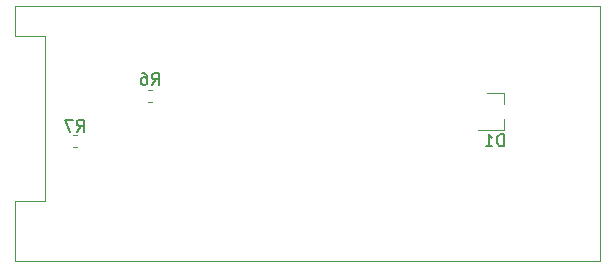
<source format=gbr>
G04 #@! TF.GenerationSoftware,KiCad,Pcbnew,(5.1.2)-1*
G04 #@! TF.CreationDate,2019-06-17T23:04:49-04:00*
G04 #@! TF.ProjectId,REV Type-C V2,52455620-5479-4706-952d-432056322e6b,rev?*
G04 #@! TF.SameCoordinates,Original*
G04 #@! TF.FileFunction,Legend,Bot*
G04 #@! TF.FilePolarity,Positive*
%FSLAX46Y46*%
G04 Gerber Fmt 4.6, Leading zero omitted, Abs format (unit mm)*
G04 Created by KiCad (PCBNEW (5.1.2)-1) date 2019-06-17 23:04:49*
%MOMM*%
%LPD*%
G04 APERTURE LIST*
%ADD10C,0.050000*%
%ADD11C,0.120000*%
%ADD12C,0.150000*%
G04 APERTURE END LIST*
D10*
X55880000Y-22860000D02*
X95250000Y-22860000D01*
X57150000Y-44450000D02*
X95250000Y-44450000D01*
X53340000Y-44450000D02*
X57150000Y-44450000D01*
X53340000Y-22860000D02*
X55880000Y-22860000D01*
X53340000Y-25400000D02*
X53340000Y-22860000D01*
X55880000Y-25400000D02*
X53340000Y-25400000D01*
X55880000Y-39370000D02*
X55880000Y-25400000D01*
X53340000Y-39370000D02*
X55880000Y-39370000D01*
X53340000Y-44450000D02*
X53340000Y-39370000D01*
X102870000Y-44450000D02*
X95250000Y-44450000D01*
X102870000Y-22860000D02*
X102870000Y-44450000D01*
X95250000Y-22860000D02*
X102870000Y-22860000D01*
D11*
X58257221Y-33780000D02*
X58582779Y-33780000D01*
X58257221Y-34800000D02*
X58582779Y-34800000D01*
X64932779Y-30990000D02*
X64607221Y-30990000D01*
X64932779Y-29970000D02*
X64607221Y-29970000D01*
X94740000Y-30170000D02*
X93280000Y-30170000D01*
X94740000Y-33330000D02*
X92580000Y-33330000D01*
X94740000Y-33330000D02*
X94740000Y-32400000D01*
X94740000Y-30170000D02*
X94740000Y-31100000D01*
D12*
X58586666Y-33472380D02*
X58920000Y-32996190D01*
X59158095Y-33472380D02*
X59158095Y-32472380D01*
X58777142Y-32472380D01*
X58681904Y-32520000D01*
X58634285Y-32567619D01*
X58586666Y-32662857D01*
X58586666Y-32805714D01*
X58634285Y-32900952D01*
X58681904Y-32948571D01*
X58777142Y-32996190D01*
X59158095Y-32996190D01*
X58253333Y-32472380D02*
X57586666Y-32472380D01*
X58015238Y-33472380D01*
X64936666Y-29502380D02*
X65270000Y-29026190D01*
X65508095Y-29502380D02*
X65508095Y-28502380D01*
X65127142Y-28502380D01*
X65031904Y-28550000D01*
X64984285Y-28597619D01*
X64936666Y-28692857D01*
X64936666Y-28835714D01*
X64984285Y-28930952D01*
X65031904Y-28978571D01*
X65127142Y-29026190D01*
X65508095Y-29026190D01*
X64079523Y-28502380D02*
X64270000Y-28502380D01*
X64365238Y-28550000D01*
X64412857Y-28597619D01*
X64508095Y-28740476D01*
X64555714Y-28930952D01*
X64555714Y-29311904D01*
X64508095Y-29407142D01*
X64460476Y-29454761D01*
X64365238Y-29502380D01*
X64174761Y-29502380D01*
X64079523Y-29454761D01*
X64031904Y-29407142D01*
X63984285Y-29311904D01*
X63984285Y-29073809D01*
X64031904Y-28978571D01*
X64079523Y-28930952D01*
X64174761Y-28883333D01*
X64365238Y-28883333D01*
X64460476Y-28930952D01*
X64508095Y-28978571D01*
X64555714Y-29073809D01*
X94718095Y-34702380D02*
X94718095Y-33702380D01*
X94480000Y-33702380D01*
X94337142Y-33750000D01*
X94241904Y-33845238D01*
X94194285Y-33940476D01*
X94146666Y-34130952D01*
X94146666Y-34273809D01*
X94194285Y-34464285D01*
X94241904Y-34559523D01*
X94337142Y-34654761D01*
X94480000Y-34702380D01*
X94718095Y-34702380D01*
X93194285Y-34702380D02*
X93765714Y-34702380D01*
X93480000Y-34702380D02*
X93480000Y-33702380D01*
X93575238Y-33845238D01*
X93670476Y-33940476D01*
X93765714Y-33988095D01*
M02*

</source>
